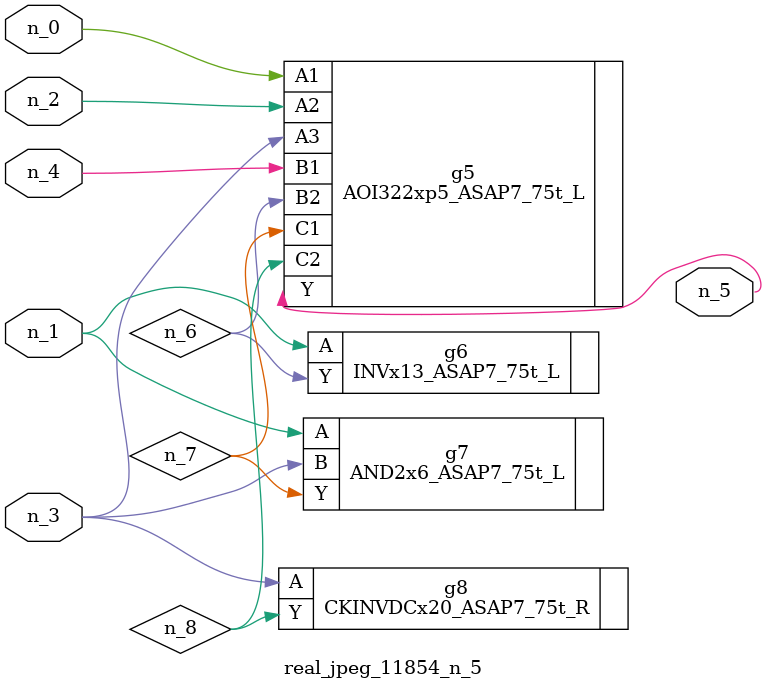
<source format=v>
module real_jpeg_11854_n_5 (n_4, n_0, n_1, n_2, n_3, n_5);

input n_4;
input n_0;
input n_1;
input n_2;
input n_3;

output n_5;

wire n_8;
wire n_6;
wire n_7;

AOI322xp5_ASAP7_75t_L g5 ( 
.A1(n_0),
.A2(n_2),
.A3(n_3),
.B1(n_4),
.B2(n_6),
.C1(n_7),
.C2(n_8),
.Y(n_5)
);

INVx13_ASAP7_75t_L g6 ( 
.A(n_1),
.Y(n_6)
);

AND2x6_ASAP7_75t_L g7 ( 
.A(n_1),
.B(n_3),
.Y(n_7)
);

CKINVDCx20_ASAP7_75t_R g8 ( 
.A(n_3),
.Y(n_8)
);


endmodule
</source>
